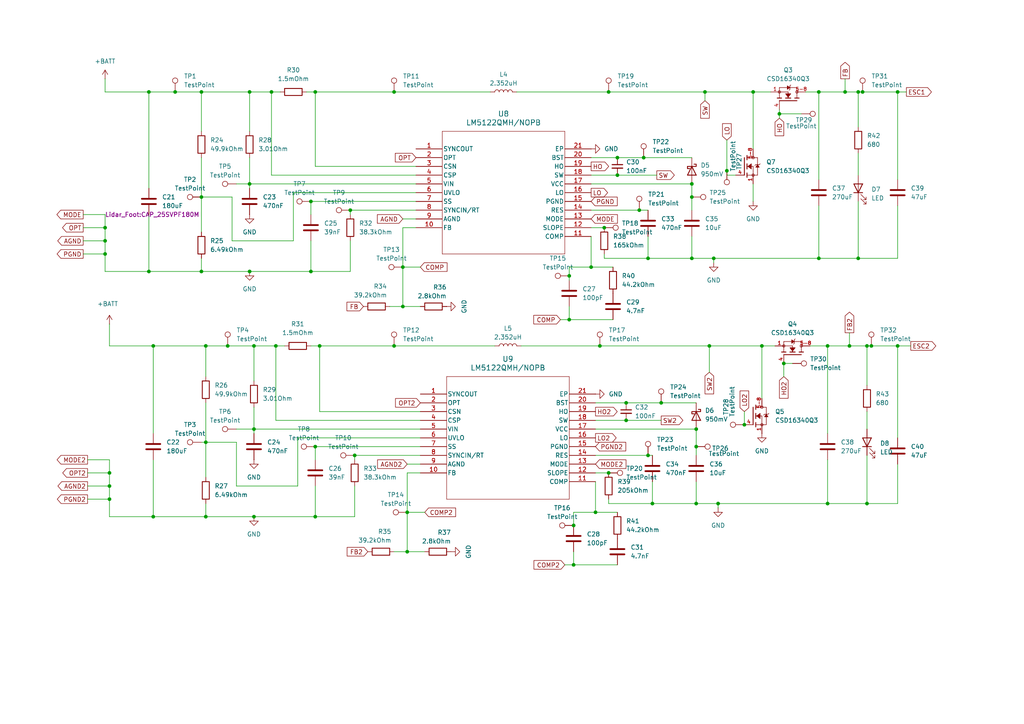
<source format=kicad_sch>
(kicad_sch (version 20231120) (generator "eeschema") (generator_version "8.0")
  (paper "A4")
  (lib_symbols
    (symbol "2024-05-03_20-03-19:LM5122QMH_NOPB" (pin_names (offset 0.254))
      (property "Reference" "U" (at 0 22.86 0))
      (property "Value" "LM5122QMH/NOPB" (at 0 20.32 0))
      (symbol "LM5122QMH_NOPB_0_1"
        (pin output line (at -25.4 12.7 0) (length 7.62) (name "SYNCOUT") (number "1"))
        (pin input line (at -25.4 -10.16 0) (length 7.62) (name "FB") (number "10"))
        (pin output line (at 25.4 -12.7 180) (length 7.62) (name "COMP") (number "11"))
        (pin input line (at 25.4 -10.16 180) (length 7.62) (name "SLOPE") (number "12"))
        (pin input line (at 25.4 -7.62 180) (length 7.62) (name "MODE") (number "13"))
        (pin output line (at 25.4 -5.08 180) (length 7.62) (name "RES") (number "14"))
        (pin power_in line (at 25.4 -2.54 180) (length 7.62) (name "PGND") (number "15"))
        (pin output line (at 25.4 0 180) (length 7.62) (name "LO") (number "16"))
        (pin power_in line (at 25.4 2.54 180) (length 7.62) (name "VCC") (number "17"))
        (pin bidirectional line (at 25.4 5.08 180) (length 7.62) (name "SW") (number "18"))
        (pin output line (at 25.4 7.62 180) (length 7.62) (name "HO") (number "19"))
        (pin input line (at -25.4 10.16 0) (length 7.62) (name "OPT") (number "2"))
        (pin input line (at 25.4 10.16 180) (length 7.62) (name "BST") (number "20"))
        (pin power_out line (at 25.4 12.7 180) (length 7.62) (name "EP") (number "21"))
        (pin input line (at -25.4 7.62 0) (length 7.62) (name "CSN") (number "3"))
        (pin input line (at -25.4 5.08 0) (length 7.62) (name "CSP") (number "4"))
        (pin input line (at -25.4 2.54 0) (length 7.62) (name "VIN") (number "5"))
        (pin input line (at -25.4 0 0) (length 7.62) (name "UVLO") (number "6"))
        (pin input line (at -25.4 -2.54 0) (length 7.62) (name "SS") (number "7"))
        (pin input line (at -25.4 -5.08 0) (length 7.62) (name "SYNCIN/RT") (number "8"))
        (pin power_in line (at -25.4 -7.62 0) (length 7.62) (name "AGND") (number "9"))
      )
    )
    (symbol "ColinFET1:CSD16340Q3" (pin_names (offset 1.016))
      (property "Reference" "Q" (at -8.89 2.54 0))
      (property "Value" "CSD16340Q3" (at -8.89 -7.62 0))
      (symbol "CSD16340Q3_0_0"
        (pin passive line (at 2.54 -5.08 90) (length 2.54) (name "~") (number "1"))
        (pin passive line (at -2.54 -2.54 0) (length 2.54) (name "~") (number "4"))
        (pin passive line (at 2.54 5.08 270) (length 2.54) (name "~") (number "5-8"))
      )
    )
    (symbol "Connector:TestPoint" (pin_numbers hide) (pin_names (offset 0.762) hide)
      (property "Reference" "TP" (at 0 6.858 0))
      (property "Value" "TestPoint" (at 0 5.08 0))
      (symbol "TestPoint_1_1"
        (pin passive line (at 0 0 90) (length 2.54) (name "1") (number "1"))
      )
    )
    (symbol "Device:C" (pin_numbers hide) (pin_names (offset 0.254))
      (property "Reference" "C" (at 0.635 2.54 0))
      (property "Value" "C" (at 0.635 -2.54 0))
      (symbol "C_1_1"
        (pin passive line (at 0 3.81 270) (length 2.794) (name "~") (number "1"))
        (pin passive line (at 0 -3.81 90) (length 2.794) (name "~") (number "2"))
      )
    )
    (symbol "Device:C_Small" (pin_numbers hide) (pin_names (offset 0.254) hide)
      (property "Reference" "C" (at 0.254 1.778 0))
      (property "Value" "C_Small" (at 0.254 -2.032 0))
      (symbol "C_Small_1_1"
        (pin passive line (at 0 2.54 270) (length 2.032) (name "~") (number "1"))
        (pin passive line (at 0 -2.54 90) (length 2.032) (name "~") (number "2"))
      )
    )
    (symbol "Device:D_Schottky" (pin_numbers hide) (pin_names (offset 1.016) hide)
      (property "Reference" "D" (at 0 2.54 0))
      (property "Value" "D_Schottky" (at 0 -2.54 0))
      (symbol "D_Schottky_1_1"
        (pin passive line (at -3.81 0 0) (length 2.54) (name "K") (number "1"))
        (pin passive line (at 3.81 0 180) (length 2.54) (name "A") (number "2"))
      )
    )
    (symbol "Device:L" (pin_numbers hide) (pin_names (offset 1.016) hide)
      (property "Reference" "L" (at -1.27 0 90))
      (property "Value" "L" (at 1.905 0 90))
      (symbol "L_1_1"
        (pin passive line (at 0 3.81 270) (length 1.27) (name "1") (number "1"))
        (pin passive line (at 0 -3.81 90) (length 1.27) (name "2") (number "2"))
      )
    )
    (symbol "Device:LED" (pin_numbers hide) (pin_names (offset 1.016) hide)
      (property "Reference" "D" (at 0 2.54 0))
      (property "Value" "LED" (at 0 -2.54 0))
      (symbol "LED_1_1"
        (pin passive line (at -3.81 0 0) (length 2.54) (name "K") (number "1"))
        (pin passive line (at 3.81 0 180) (length 2.54) (name "A") (number "2"))
      )
    )
    (symbol "Device:R" (pin_numbers hide) (pin_names (offset 0))
      (property "Reference" "R" (at 2.032 0 90))
      (property "Value" "R" (at 0 0 90))
      (symbol "R_1_1"
        (pin passive line (at 0 3.81 270) (length 1.27) (name "~") (number "1"))
        (pin passive line (at 0 -3.81 90) (length 1.27) (name "~") (number "2"))
      )
    )
    (symbol "power:+BATT" (power) (pin_numbers hide) (pin_names (offset 0) hide)
      (property "Value" "+BATT" (at 0 3.556 0))
      (symbol "+BATT_1_1"
        (pin power_in line (at 0 0 90) (length 0) (name "~") (number "1"))
      )
    )
    (symbol "power:GND" (power) (pin_numbers hide) (pin_names (offset 0) hide)
      (property "Value" "GND" (at 0 -3.81 0))
      (symbol "GND_1_1"
        (pin power_in line (at 0 0 270) (length 0) (name "~") (number "1"))
      )
    )
  )
  (junction (at 187.96 132.08))
  (junction (at 240.03 146.05))
  (junction (at 218.44 26.67))
  (junction (at 114.3 26.67))
  (junction (at 66.04 100.33))
  (junction (at 91.44 149.86))
  (junction (at 50.8 26.67))
  (junction (at 179.07 45.72))
  (junction (at 201.93 146.05))
  (junction (at 251.46 100.33))
  (junction (at 185.42 60.96))
  (junction (at 116.84 88.9))
  (junction (at 189.23 146.05))
  (junction (at 72.39 53.34))
  (junction (at 72.39 26.67))
  (junction (at 176.53 137.16))
  (junction (at 240.03 100.33))
  (junction (at 165.1 80.01))
  (junction (at 210.82 49.53))
  (junction (at 30.48 73.66))
  (junction (at 200.66 57.15))
  (junction (at 30.48 69.85))
  (junction (at 248.92 26.67))
  (junction (at 91.44 26.67))
  (junction (at 172.72 148.59))
  (junction (at 102.87 132.08))
  (junction (at 58.42 57.15))
  (junction (at 205.74 100.33))
  (junction (at 116.84 77.47))
  (junction (at 80.01 100.33))
  (junction (at 165.1 92.71))
  (junction (at 227.33 105.41))
  (junction (at 90.17 58.42))
  (junction (at 90.17 78.74))
  (junction (at 44.45 149.86))
  (junction (at 207.01 74.93))
  (junction (at 44.45 100.33))
  (junction (at 73.66 100.33))
  (junction (at 175.26 66.04))
  (junction (at 118.11 160.02))
  (junction (at 114.3 100.33))
  (junction (at 260.35 26.67))
  (junction (at 78.74 26.67))
  (junction (at 173.99 100.33))
  (junction (at 260.35 100.33))
  (junction (at 166.37 152.4))
  (junction (at 226.06 33.02))
  (junction (at 73.66 149.86))
  (junction (at 43.18 26.67))
  (junction (at 220.98 100.33))
  (junction (at 245.11 26.67))
  (junction (at 59.69 100.33))
  (junction (at 30.48 66.04))
  (junction (at 186.69 45.72))
  (junction (at 200.66 53.34))
  (junction (at 248.92 74.93))
  (junction (at 187.96 74.93))
  (junction (at 72.39 78.74))
  (junction (at 91.44 129.54))
  (junction (at 201.93 129.54))
  (junction (at 43.18 78.74))
  (junction (at 59.69 149.86))
  (junction (at 200.66 74.93))
  (junction (at 176.53 26.67))
  (junction (at 237.49 26.67))
  (junction (at 201.93 124.46))
  (junction (at 101.6 60.96))
  (junction (at 215.9 123.19))
  (junction (at 179.07 50.8))
  (junction (at 208.28 146.05))
  (junction (at 59.69 128.27))
  (junction (at 31.75 137.16))
  (junction (at 31.75 144.78))
  (junction (at 251.46 146.05))
  (junction (at 250.19 26.67))
  (junction (at 58.42 26.67))
  (junction (at 191.77 116.84))
  (junction (at 73.66 124.46))
  (junction (at 181.61 121.92))
  (junction (at 171.45 77.47))
  (junction (at 181.61 116.84))
  (junction (at 92.71 100.33))
  (junction (at 31.75 140.97))
  (junction (at 204.47 26.67))
  (junction (at 58.42 78.74))
  (junction (at 118.11 148.59))
  (junction (at 246.38 100.33))
  (junction (at 166.37 163.83))
  (junction (at 252.73 100.33))
  (junction (at 237.49 74.93))
  (wire (pts (xy 165.1 77.47) (xy 171.45 77.47)))
  (wire (pts (xy 44.45 100.33) (xy 59.69 100.33)))
  (wire (pts (xy 30.48 22.86) (xy 30.48 26.67)))
  (wire (pts (xy 260.35 59.69) (xy 260.35 74.93)))
  (wire (pts (xy 31.75 149.86) (xy 44.45 149.86)))
  (wire (pts (xy 171.45 50.8) (xy 179.07 50.8)))
  (wire (pts (xy 118.11 148.59) (xy 118.11 160.02)))
  (wire (pts (xy 85.09 69.85) (xy 67.31 69.85)))
  (wire (pts (xy 102.87 132.08) (xy 121.92 132.08)))
  (wire (pts (xy 179.07 45.72) (xy 186.69 45.72)))
  (wire (pts (xy 201.93 146.05) (xy 208.28 146.05)))
  (wire (pts (xy 92.71 100.33) (xy 114.3 100.33)))
  (wire (pts (xy 240.03 146.05) (xy 208.28 146.05)))
  (wire (pts (xy 172.72 116.84) (xy 181.61 116.84)))
  (wire (pts (xy 165.1 80.01) (xy 165.1 77.47)))
  (wire (pts (xy 251.46 119.38) (xy 251.46 124.46)))
  (wire (pts (xy 116.84 88.9) (xy 121.92 88.9)))
  (wire (pts (xy 172.72 148.59) (xy 179.07 148.59)))
  (wire (pts (xy 200.66 57.15) (xy 200.66 60.96)))
  (wire (pts (xy 25.4 140.97) (xy 31.75 140.97)))
  (wire (pts (xy 237.49 59.69) (xy 237.49 74.93)))
  (wire (pts (xy 181.61 121.92) (xy 191.77 121.92)))
  (wire (pts (xy 59.69 128.27) (xy 59.69 138.43)))
  (wire (pts (xy 210.82 50.8) (xy 210.82 49.53)))
  (wire (pts (xy 172.72 121.92) (xy 181.61 121.92)))
  (wire (pts (xy 120.65 55.88) (xy 85.09 55.88)))
  (wire (pts (xy 166.37 148.59) (xy 172.72 148.59)))
  (wire (pts (xy 215.9 119.38) (xy 215.9 123.19)))
  (wire (pts (xy 86.36 140.97) (xy 68.58 140.97)))
  (wire (pts (xy 73.66 124.46) (xy 73.66 125.73)))
  (wire (pts (xy 78.74 50.8) (xy 78.74 26.67)))
  (wire (pts (xy 116.84 77.47) (xy 116.84 88.9)))
  (wire (pts (xy 237.49 26.67) (xy 237.49 52.07)))
  (wire (pts (xy 204.47 29.21) (xy 204.47 26.67)))
  (wire (pts (xy 58.42 26.67) (xy 58.42 38.1)))
  (wire (pts (xy 151.13 100.33) (xy 173.99 100.33)))
  (wire (pts (xy 85.09 55.88) (xy 85.09 69.85)))
  (wire (pts (xy 260.35 26.67) (xy 262.89 26.67)))
  (wire (pts (xy 90.17 69.85) (xy 90.17 78.74)))
  (wire (pts (xy 218.44 53.34) (xy 218.44 58.42)))
  (wire (pts (xy 24.13 62.23) (xy 30.48 62.23)))
  (wire (pts (xy 120.65 60.96) (xy 101.6 60.96)))
  (wire (pts (xy 73.66 124.46) (xy 121.92 124.46)))
  (wire (pts (xy 165.1 92.71) (xy 177.8 92.71)))
  (wire (pts (xy 101.6 60.96) (xy 101.6 62.23)))
  (wire (pts (xy 226.06 33.02) (xy 232.41 33.02)))
  (wire (pts (xy 58.42 78.74) (xy 72.39 78.74)))
  (wire (pts (xy 251.46 100.33) (xy 252.73 100.33)))
  (wire (pts (xy 80.01 121.92) (xy 80.01 100.33)))
  (wire (pts (xy 201.93 129.54) (xy 201.93 132.08)))
  (wire (pts (xy 90.17 58.42) (xy 90.17 62.23)))
  (wire (pts (xy 240.03 133.35) (xy 240.03 146.05)))
  (wire (pts (xy 172.72 132.08) (xy 187.96 132.08)))
  (wire (pts (xy 226.06 33.02) (xy 226.06 31.75)))
  (wire (pts (xy 30.48 73.66) (xy 30.48 78.74)))
  (wire (pts (xy 213.36 50.8) (xy 210.82 50.8)))
  (wire (pts (xy 59.69 149.86) (xy 73.66 149.86)))
  (wire (pts (xy 248.92 74.93) (xy 260.35 74.93)))
  (wire (pts (xy 173.99 100.33) (xy 205.74 100.33)))
  (wire (pts (xy 72.39 45.72) (xy 72.39 53.34)))
  (wire (pts (xy 59.69 116.84) (xy 59.69 128.27)))
  (wire (pts (xy 59.69 146.05) (xy 59.69 149.86)))
  (wire (pts (xy 44.45 133.35) (xy 44.45 149.86)))
  (wire (pts (xy 78.74 26.67) (xy 81.28 26.67)))
  (wire (pts (xy 220.98 100.33) (xy 224.79 100.33)))
  (wire (pts (xy 207.01 74.93) (xy 207.01 76.2)))
  (wire (pts (xy 171.45 68.58) (xy 171.45 77.47)))
  (wire (pts (xy 91.44 48.26) (xy 91.44 26.67)))
  (wire (pts (xy 72.39 53.34) (xy 120.65 53.34)))
  (wire (pts (xy 58.42 128.27) (xy 59.69 128.27)))
  (wire (pts (xy 200.66 53.34) (xy 200.66 57.15)))
  (wire (pts (xy 121.92 121.92) (xy 80.01 121.92)))
  (wire (pts (xy 251.46 132.08) (xy 251.46 146.05)))
  (wire (pts (xy 72.39 26.67) (xy 72.39 38.1)))
  (wire (pts (xy 237.49 74.93) (xy 207.01 74.93)))
  (wire (pts (xy 30.48 62.23) (xy 30.48 66.04)))
  (wire (pts (xy 44.45 149.86) (xy 59.69 149.86)))
  (wire (pts (xy 186.69 45.72) (xy 200.66 45.72)))
  (wire (pts (xy 120.65 48.26) (xy 91.44 48.26)))
  (wire (pts (xy 59.69 100.33) (xy 59.69 109.22)))
  (wire (pts (xy 58.42 45.72) (xy 58.42 57.15)))
  (wire (pts (xy 171.45 53.34) (xy 200.66 53.34)))
  (wire (pts (xy 187.96 68.58) (xy 187.96 74.93)))
  (wire (pts (xy 185.42 60.96) (xy 187.96 60.96)))
  (wire (pts (xy 58.42 26.67) (xy 72.39 26.67)))
  (wire (pts (xy 68.58 128.27) (xy 59.69 128.27)))
  (wire (pts (xy 31.75 140.97) (xy 31.75 144.78)))
  (wire (pts (xy 172.72 137.16) (xy 176.53 137.16)))
  (wire (pts (xy 58.42 57.15) (xy 58.42 67.31)))
  (wire (pts (xy 260.35 134.62) (xy 260.35 146.05)))
  (wire (pts (xy 43.18 78.74) (xy 58.42 78.74)))
  (wire (pts (xy 30.48 26.67) (xy 43.18 26.67)))
  (wire (pts (xy 72.39 53.34) (xy 72.39 54.61)))
  (wire (pts (xy 120.65 58.42) (xy 90.17 58.42)))
  (wire (pts (xy 25.4 133.35) (xy 31.75 133.35)))
  (wire (pts (xy 116.84 63.5) (xy 120.65 63.5)))
  (wire (pts (xy 90.17 100.33) (xy 92.71 100.33)))
  (wire (pts (xy 248.92 58.42) (xy 248.92 74.93)))
  (wire (pts (xy 208.28 146.05) (xy 208.28 147.32)))
  (wire (pts (xy 101.6 78.74) (xy 90.17 78.74)))
  (wire (pts (xy 260.35 100.33) (xy 264.16 100.33)))
  (wire (pts (xy 31.75 100.33) (xy 44.45 100.33)))
  (wire (pts (xy 24.13 73.66) (xy 30.48 73.66)))
  (wire (pts (xy 116.84 66.04) (xy 116.84 77.47)))
  (wire (pts (xy 234.95 100.33) (xy 240.03 100.33)))
  (wire (pts (xy 121.92 129.54) (xy 91.44 129.54)))
  (wire (pts (xy 43.18 26.67) (xy 43.18 54.61)))
  (wire (pts (xy 31.75 133.35) (xy 31.75 137.16)))
  (wire (pts (xy 149.86 26.67) (xy 176.53 26.67)))
  (wire (pts (xy 260.35 26.67) (xy 260.35 52.07)))
  (wire (pts (xy 123.19 148.59) (xy 118.11 148.59)))
  (wire (pts (xy 166.37 152.4) (xy 166.37 148.59)))
  (wire (pts (xy 171.45 66.04) (xy 175.26 66.04)))
  (wire (pts (xy 120.65 50.8) (xy 78.74 50.8)))
  (wire (pts (xy 189.23 146.05) (xy 201.93 146.05)))
  (wire (pts (xy 59.69 100.33) (xy 66.04 100.33)))
  (wire (pts (xy 218.44 26.67) (xy 218.44 43.18)))
  (wire (pts (xy 101.6 69.85) (xy 101.6 78.74)))
  (wire (pts (xy 113.03 88.9) (xy 116.84 88.9)))
  (wire (pts (xy 114.3 160.02) (xy 118.11 160.02)))
  (wire (pts (xy 92.71 119.38) (xy 92.71 100.33)))
  (wire (pts (xy 179.07 50.8) (xy 190.5 50.8)))
  (wire (pts (xy 171.45 77.47) (xy 177.8 77.47)))
  (wire (pts (xy 118.11 137.16) (xy 118.11 148.59)))
  (wire (pts (xy 24.13 66.04) (xy 30.48 66.04)))
  (wire (pts (xy 91.44 26.67) (xy 114.3 26.67)))
  (wire (pts (xy 200.66 68.58) (xy 200.66 74.93)))
  (wire (pts (xy 220.98 100.33) (xy 220.98 115.57)))
  (wire (pts (xy 248.92 44.45) (xy 248.92 50.8)))
  (wire (pts (xy 204.47 26.67) (xy 218.44 26.67)))
  (wire (pts (xy 237.49 26.67) (xy 245.11 26.67)))
  (wire (pts (xy 31.75 144.78) (xy 31.75 149.86)))
  (wire (pts (xy 73.66 100.33) (xy 80.01 100.33)))
  (wire (pts (xy 114.3 26.67) (xy 142.24 26.67)))
  (wire (pts (xy 68.58 124.46) (xy 73.66 124.46)))
  (wire (pts (xy 205.74 107.95) (xy 205.74 100.33)))
  (wire (pts (xy 68.58 140.97) (xy 68.58 128.27)))
  (wire (pts (xy 91.44 129.54) (xy 91.44 133.35)))
  (wire (pts (xy 245.11 26.67) (xy 245.11 22.86)))
  (wire (pts (xy 205.74 100.33) (xy 220.98 100.33)))
  (wire (pts (xy 210.82 40.64) (xy 210.82 49.53)))
  (wire (pts (xy 68.58 53.34) (xy 72.39 53.34)))
  (wire (pts (xy 233.68 26.67) (xy 237.49 26.67)))
  (wire (pts (xy 172.72 124.46) (xy 201.93 124.46)))
  (wire (pts (xy 165.1 81.28) (xy 165.1 80.01)))
  (wire (pts (xy 245.11 26.67) (xy 248.92 26.67)))
  (wire (pts (xy 187.96 132.08) (xy 189.23 132.08)))
  (wire (pts (xy 102.87 140.97) (xy 102.87 149.86)))
  (wire (pts (xy 102.87 132.08) (xy 102.87 133.35)))
  (wire (pts (xy 72.39 26.67) (xy 78.74 26.67)))
  (wire (pts (xy 30.48 78.74) (xy 43.18 78.74)))
  (wire (pts (xy 121.92 77.47) (xy 116.84 77.47)))
  (wire (pts (xy 118.11 137.16) (xy 121.92 137.16)))
  (wire (pts (xy 163.83 163.83) (xy 166.37 163.83)))
  (wire (pts (xy 175.26 74.93) (xy 175.26 73.66)))
  (wire (pts (xy 165.1 92.71) (xy 165.1 88.9)))
  (wire (pts (xy 187.96 74.93) (xy 200.66 74.93)))
  (wire (pts (xy 218.44 26.67) (xy 223.52 26.67)))
  (wire (pts (xy 240.03 100.33) (xy 240.03 125.73)))
  (wire (pts (xy 181.61 116.84) (xy 191.77 116.84)))
  (wire (pts (xy 25.4 137.16) (xy 31.75 137.16)))
  (wire (pts (xy 102.87 149.86) (xy 91.44 149.86)))
  (wire (pts (xy 58.42 74.93) (xy 58.42 78.74)))
  (wire (pts (xy 114.3 100.33) (xy 143.51 100.33)))
  (wire (pts (xy 90.17 78.74) (xy 72.39 78.74)))
  (wire (pts (xy 251.46 146.05) (xy 260.35 146.05)))
  (wire (pts (xy 175.26 74.93) (xy 187.96 74.93)))
  (wire (pts (xy 227.33 105.41) (xy 227.33 109.22)))
  (wire (pts (xy 191.77 116.84) (xy 201.93 116.84)))
  (wire (pts (xy 246.38 100.33) (xy 251.46 100.33)))
  (wire (pts (xy 176.53 26.67) (xy 204.47 26.67)))
  (wire (pts (xy 250.19 26.67) (xy 260.35 26.67)))
  (wire (pts (xy 80.01 100.33) (xy 82.55 100.33)))
  (wire (pts (xy 66.04 100.33) (xy 73.66 100.33)))
  (wire (pts (xy 171.45 45.72) (xy 179.07 45.72)))
  (wire (pts (xy 24.13 69.85) (xy 30.48 69.85)))
  (wire (pts (xy 67.31 57.15) (xy 58.42 57.15)))
  (wire (pts (xy 246.38 100.33) (xy 246.38 96.52)))
  (wire (pts (xy 121.92 119.38) (xy 92.71 119.38)))
  (wire (pts (xy 73.66 100.33) (xy 73.66 110.49)))
  (wire (pts (xy 248.92 26.67) (xy 250.19 26.67)))
  (wire (pts (xy 176.53 146.05) (xy 189.23 146.05)))
  (wire (pts (xy 240.03 100.33) (xy 246.38 100.33)))
  (wire (pts (xy 166.37 163.83) (xy 166.37 160.02)))
  (wire (pts (xy 172.72 139.7) (xy 172.72 148.59)))
  (wire (pts (xy 25.4 144.78) (xy 31.75 144.78)))
  (wire (pts (xy 227.33 105.41) (xy 229.87 105.41)))
  (wire (pts (xy 43.18 26.67) (xy 50.8 26.67)))
  (wire (pts (xy 251.46 100.33) (xy 251.46 111.76)))
  (wire (pts (xy 201.93 124.46) (xy 201.93 129.54)))
  (wire (pts (xy 240.03 146.05) (xy 251.46 146.05)))
  (wire (pts (xy 91.44 149.86) (xy 73.66 149.86)))
  (wire (pts (xy 91.44 140.97) (xy 91.44 149.86)))
  (wire (pts (xy 260.35 100.33) (xy 260.35 127)))
  (wire (pts (xy 226.06 34.29) (xy 226.06 33.02)))
  (wire (pts (xy 86.36 127) (xy 86.36 140.97)))
  (wire (pts (xy 252.73 100.33) (xy 260.35 100.33)))
  (wire (pts (xy 200.66 74.93) (xy 207.01 74.93)))
  (wire (pts (xy 73.66 118.11) (xy 73.66 124.46)))
  (wire (pts (xy 31.75 137.16) (xy 31.75 140.97)))
  (wire (pts (xy 201.93 139.7) (xy 201.93 146.05)))
  (wire (pts (xy 162.56 92.71) (xy 165.1 92.71)))
  (wire (pts (xy 50.8 26.67) (xy 58.42 26.67)))
  (wire (pts (xy 30.48 66.04) (xy 30.48 69.85)))
  (wire (pts (xy 237.49 74.93) (xy 248.92 74.93)))
  (wire (pts (xy 248.92 26.67) (xy 248.92 36.83)))
  (wire (pts (xy 116.84 66.04) (xy 120.65 66.04)))
  (wire (pts (xy 171.45 60.96) (xy 185.42 60.96)))
  (wire (pts (xy 88.9 26.67) (xy 91.44 26.67)))
  (wire (pts (xy 118.11 160.02) (xy 123.19 160.02)))
  (wire (pts (xy 189.23 139.7) (xy 189.23 146.05)))
  (wire (pts (xy 30.48 69.85) (xy 30.48 73.66)))
  (wire (pts (xy 166.37 163.83) (xy 179.07 163.83)))
  (wire (pts (xy 118.11 134.62) (xy 121.92 134.62)))
  (wire (pts (xy 121.92 127) (xy 86.36 127)))
  (wire (pts (xy 44.45 100.33) (xy 44.45 125.73)))
  (wire (pts (xy 176.53 146.05) (xy 176.53 144.78)))
  (wire (pts (xy 31.75 93.98) (xy 31.75 100.33)))
  (wire (pts (xy 43.18 62.23) (xy 43.18 78.74)))
  (wire (pts (xy 67.31 69.85) (xy 67.31 57.15)))
  (global_label "HO" (shape input) (at 226.06 34.29 270) (property "Intersheetrefs" "${INTERSHEET_REFS}" (effects (hide yes))))
  (global_label "MODE" (shape output) (at 24.13 62.23 180) (property "Intersheetrefs" "${INTERSHEET_REFS}" (effects (hide yes))))
  (global_label "HO2" (shape output) (at 172.72 119.38 0) (property "Intersheetrefs" "${INTERSHEET_REFS}" (effects (hide yes))))
  (global_label "PGND2" (shape input) (at 172.72 129.54 0) (property "Intersheetrefs" "${INTERSHEET_REFS}" (effects (hide yes))))
  (global_label "COMP2" (shape input) (at 123.19 148.59 0) (property "Intersheetrefs" "${INTERSHEET_REFS}" (effects (hide yes))))
  (global_label "OPT" (shape output) (at 24.13 66.04 180) (property "Intersheetrefs" "${INTERSHEET_REFS}" (effects (hide yes))))
  (global_label "LO" (shape input) (at 210.82 40.64 90) (property "Intersheetrefs" "${INTERSHEET_REFS}" (effects (hide yes))))
  (global_label "FB" (shape output) (at 245.11 22.86 90) (property "Intersheetrefs" "${INTERSHEET_REFS}" (effects (hide yes))))
  (global_label "HO2" (shape input) (at 227.33 109.22 270) (property "Intersheetrefs" "${INTERSHEET_REFS}" (effects (hide yes))))
  (global_label "AGND2" (shape input) (at 118.11 134.62 180) (property "Intersheetrefs" "${INTERSHEET_REFS}" (effects (hide yes))))
  (global_label "FB2" (shape output) (at 246.38 96.52 90) (property "Intersheetrefs" "${INTERSHEET_REFS}" (effects (hide yes))))
  (global_label "OPT2" (shape output) (at 25.4 137.16 180) (property "Intersheetrefs" "${INTERSHEET_REFS}" (effects (hide yes))))
  (global_label "AGND" (shape input) (at 116.84 63.5 180) (property "Intersheetrefs" "${INTERSHEET_REFS}" (effects (hide yes))))
  (global_label "LO" (shape output) (at 171.45 55.88 0) (property "Intersheetrefs" "${INTERSHEET_REFS}" (effects (hide yes))))
  (global_label "PGND" (shape output) (at 24.13 73.66 180) (property "Intersheetrefs" "${INTERSHEET_REFS}" (effects (hide yes))))
  (global_label "MODE" (shape input) (at 171.45 63.5 0) (property "Intersheetrefs" "${INTERSHEET_REFS}" (effects (hide yes))))
  (global_label "PGND" (shape input) (at 171.45 58.42 0) (property "Intersheetrefs" "${INTERSHEET_REFS}" (effects (hide yes))))
  (global_label "FB" (shape input) (at 105.41 88.9 180) (property "Intersheetrefs" "${INTERSHEET_REFS}" (effects (hide yes))))
  (global_label "OPT" (shape input) (at 120.65 45.72 180) (property "Intersheetrefs" "${INTERSHEET_REFS}" (effects (hide yes))))
  (global_label "SW2" (shape output) (at 191.77 121.92 0) (property "Intersheetrefs" "${INTERSHEET_REFS}" (effects (hide yes))))
  (global_label "OPT2" (shape input) (at 121.92 116.84 180) (property "Intersheetrefs" "${INTERSHEET_REFS}" (effects (hide yes))))
  (global_label "MODE2" (shape output) (at 25.4 133.35 180) (property "Intersheetrefs" "${INTERSHEET_REFS}" (effects (hide yes))))
  (global_label "MODE2" (shape input) (at 172.72 134.62 0) (property "Intersheetrefs" "${INTERSHEET_REFS}" (effects (hide yes))))
  (global_label "PGND2" (shape output) (at 25.4 144.78 180) (property "Intersheetrefs" "${INTERSHEET_REFS}" (effects (hide yes))))
  (global_label "SW2" (shape input) (at 205.74 107.95 270) (property "Intersheetrefs" "${INTERSHEET_REFS}" (effects (hide yes))))
  (global_label "LO2" (shape output) (at 172.72 127 0) (property "Intersheetrefs" "${INTERSHEET_REFS}" (effects (hide yes))))
  (global_label "COMP" (shape input) (at 162.56 92.71 180) (property "Intersheetrefs" "${INTERSHEET_REFS}" (effects (hide yes))))
  (global_label "ESC2" (shape output) (at 264.16 100.33 0) (property "Intersheetrefs" "${INTERSHEET_REFS}" (effects (hide yes))))
  (global_label "FB2" (shape input) (at 106.68 160.02 180) (property "Intersheetrefs" "${INTERSHEET_REFS}" (effects (hide yes))))
  (global_label "COMP2" (shape input) (at 163.83 163.83 180) (property "Intersheetrefs" "${INTERSHEET_REFS}" (effects (hide yes))))
  (global_label "AGND" (shape output) (at 24.13 69.85 180) (property "Intersheetrefs" "${INTERSHEET_REFS}" (effects (hide yes))))
  (global_label "AGND2" (shape output) (at 25.4 140.97 180) (property "Intersheetrefs" "${INTERSHEET_REFS}" (effects (hide yes))))
  (global_label "LO2" (shape input) (at 215.9 119.38 90) (property "Intersheetrefs" "${INTERSHEET_REFS}" (effects (hide yes))))
  (global_label "SW" (shape output) (at 190.5 50.8 0) (property "Intersheetrefs" "${INTERSHEET_REFS}" (effects (hide yes))))
  (global_label "SW" (shape input) (at 204.47 29.21 270) (property "Intersheetrefs" "${INTERSHEET_REFS}" (effects (hide yes))))
  (global_label "ESC1" (shape output) (at 262.89 26.67 0) (property "Intersheetrefs" "${INTERSHEET_REFS}" (effects (hide yes))))
  (global_label "COMP" (shape input) (at 121.92 77.47 0) (property "Intersheetrefs" "${INTERSHEET_REFS}" (effects (hide yes))))
  (global_label "HO" (shape output) (at 171.45 48.26 0) (property "Intersheetrefs" "${INTERSHEET_REFS}" (effects (hide yes))))
  (symbol (lib_id "Connector:TestPoint") (at 252.73 100.33 0) (unit 1)
    (property "Reference" "TP32" (at 255.27 95.7579 0) (effects (justify left)))
    (property "Value" "TestPoint" (at 255.27 98.2979 0) (effects (justify left)))
    (property "Footprint" "TestPoint:TestPoint_Keystone_5000-5004_Miniature" (effects (hide yes)))
    (property "Description" "test point" (effects (hide yes)))
  )
  (symbol (lib_id "Connector:TestPoint") (at 232.41 33.02 270) (unit 1)
    (property "Reference" "TP29" (at 233.172 34.798 90))
    (property "Value" "TestPoint" (at 232.41 36.576 90))
    (property "Footprint" "TestPoint:TestPoint_Keystone_5000-5004_Miniature" (effects (hide yes)))
    (property "Description" "test point" (effects (hide yes)))
  )
  (symbol (lib_id "Device:R") (at 59.69 142.24 180) (unit 1)
    (property "Reference" "R27" (at 62.23 140.9699 0) (effects (justify right)))
    (property "Value" "6.49kOhm" (at 62.23 143.5099 0) (effects (justify right)))
    (property "Footprint" "Lidar_Foot:RESC1005X40N" (effects (hide yes)))
    (property "Description" "Resistor" (effects (hide yes)))
  )
  (symbol (lib_id "Connector:TestPoint") (at 91.44 129.54 90) (unit 1)
    (property "Reference" "TP8" (at 88.138 124.46 90))
    (property "Value" "TestPoint" (at 88.138 127 90))
    (property "Footprint" "TestPoint:TestPoint_Keystone_5000-5004_Miniature" (effects (hide yes)))
    (property "Description" "test point" (effects (hide yes)))
  )
  (symbol (lib_id "Device:R") (at 127 160.02 270) (unit 1)
    (property "Reference" "R37" (at 130.81 154.432 90) (effects (justify right)))
    (property "Value" "2.8kOhm" (at 130.81 156.972 90) (effects (justify right)))
    (property "Footprint" "Lidar_Foot:RESC1005X40N" (effects (hide yes)))
    (property "Description" "Resistor" (effects (hide yes)))
  )
  (symbol (lib_id "Device:LED") (at 251.46 128.27 90) (unit 1)
    (property "Reference" "D8" (at 255.27 128.5874 90) (effects (justify right)))
    (property "Value" "LED" (at 255.27 131.1274 90) (effects (justify right)))
    (property "Footprint" "Lidar_Foot:LED_DRD1204W-TR" (effects (hide yes)))
    (property "Description" "Light emitting diode" (effects (hide yes)))
  )
  (symbol (lib_id "ColinFET1:CSD16340Q3") (at 228.6 29.21 270) (mirror x) (unit 1)
    (property "Reference" "Q3" (at 228.6 20.32 90))
    (property "Value" "CSD16340Q3" (at 228.6 22.86 90))
    (property "Footprint" "ColinFET1:TRANS_CSD16340Q3" (effects (hide yes)))
    (property "PARTREV" "E" (effects (hide yes)))
    (property "STANDARD" "Manufacturer recommendations" (effects (hide yes)))
    (property "MAXIMUM_PACKAGE_HEIGHT" "1.1 mm" (effects (hide yes)))
    (property "MANUFACTURER" "Texas Instruments" (effects (hide yes)))
  )
  (symbol (lib_id "Device:C") (at 240.03 129.54 0) (unit 1)
    (property "Reference" "C38" (at 243.84 128.2699 0) (effects (justify left)))
    (property "Value" "270uF" (at 243.84 130.8099 0) (effects (justify left)))
    (property "Footprint" "Lidar_Foot:CAP_EEHZA1V271P" (effects (hide yes)))
    (property "Description" "Unpolarized capacitor" (effects (hide yes)))
  )
  (symbol (lib_id "power:GND") (at 172.72 114.3 90) (unit 1)
    (property "Reference" "#PWR032" (effects (hide yes)))
    (property "Value" "GND" (at 176.53 114.2999 90) (effects (justify right)))
    (property "Description" "Power symbol creates a global label with name \"GND\" , ground" (effects (hide yes)))
  )
  (symbol (lib_id "power:GND") (at 207.01 76.2 0) (unit 1)
    (property "Reference" "#PWR033" (effects (hide yes)))
    (property "Value" "GND" (at 207.01 81.28 0))
    (property "Description" "Power symbol creates a global label with name \"GND\" , ground" (effects (hide yes)))
  )
  (symbol (lib_id "Connector:TestPoint") (at 114.3 26.67 0) (unit 1)
    (property "Reference" "TP11" (at 116.84 22.0979 0) (effects (justify left)))
    (property "Value" "TestPoint" (at 116.84 24.6379 0) (effects (justify left)))
    (property "Footprint" "TestPoint:TestPoint_Keystone_5000-5004_Miniature" (effects (hide yes)))
    (property "Description" "test point" (effects (hide yes)))
  )
  (symbol (lib_id "Connector:TestPoint") (at 200.66 57.15 270) (unit 1)
    (property "Reference" "TP25" (at 205.74 55.8799 90) (effects (justify left)))
    (property "Value" "TestPoint" (at 205.74 58.4199 90) (effects (justify left)))
    (property "Footprint" "TestPoint:TestPoint_Keystone_5000-5004_Miniature" (effects (hide yes)))
    (property "Description" "test point" (effects (hide yes)))
  )
  (symbol (lib_id "Connector:TestPoint") (at 102.87 132.08 90) (unit 1)
    (property "Reference" "TP10" (at 99.568 127 90))
    (property "Value" "TestPoint" (at 99.568 129.54 90))
    (property "Footprint" "TestPoint:TestPoint_Keystone_5000-5004_Miniature" (effects (hide yes)))
    (property "Description" "test point" (effects (hide yes)))
  )
  (symbol (lib_id "Device:R") (at 86.36 100.33 90) (unit 1)
    (property "Reference" "R31" (at 86.36 93.98 90))
    (property "Value" "1.5mOhm" (at 86.36 96.52 90))
    (property "Footprint" "Lidar_Foot:RESC6432X110N" (effects (hide yes)))
    (property "Description" "Resistor" (effects (hide yes)))
  )
  (symbol (lib_id "Connector:TestPoint") (at 68.58 124.46 90) (unit 1)
    (property "Reference" "TP6" (at 65.278 119.38 90))
    (property "Value" "TestPoint" (at 65.278 121.92 90))
    (property "Footprint" "TestPoint:TestPoint_Keystone_5000-5004_Miniature" (effects (hide yes)))
    (property "Description" "test point" (effects (hide yes)))
  )
  (symbol (lib_id "Device:C") (at 189.23 135.89 0) (unit 1)
    (property "Reference" "C34" (at 193.04 134.6199 0) (effects (justify left)))
    (property "Value" "470nF" (at 193.04 137.1599 0) (effects (justify left)))
    (property "Footprint" "Lidar_Foot:CAPC2012X95N" (effects (hide yes)))
    (property "Description" "Unpolarized capacitor" (effects (hide yes)))
  )
  (symbol (lib_id "Device:R") (at 85.09 26.67 90) (unit 1)
    (property "Reference" "R30" (at 85.09 20.32 90))
    (property "Value" "1.5mOhm" (at 85.09 22.86 90))
    (property "Footprint" "Lidar_Foot:RESC6432X110N" (effects (hide yes)))
    (property "Description" "Resistor" (effects (hide yes)))
  )
  (symbol (lib_id "ColinFET1:CSD16340Q3") (at 218.44 120.65 0) (unit 1)
    (property "Reference" "Q5" (at 224.79 119.3799 0) (effects (justify left)))
    (property "Value" "CSD16340Q3" (at 224.79 121.9199 0) (effects (justify left)))
    (property "Footprint" "ColinFET1:TRANS_CSD16340Q3" (effects (hide yes)))
    (property "PARTREV" "E" (effects (hide yes)))
    (property "STANDARD" "Manufacturer recommendations" (effects (hide yes)))
    (property "MAXIMUM_PACKAGE_HEIGHT" "1.1 mm" (effects (hide yes)))
    (property "MANUFACTURER" "Texas Instruments" (effects (hide yes)))
  )
  (symbol (lib_id "Device:R") (at 58.42 71.12 180) (unit 1)
    (property "Reference" "R25" (at 60.96 69.8499 0) (effects (justify right)))
    (property "Value" "6.49kOhm" (at 60.96 72.3899 0) (effects (justify right)))
    (property "Footprint" "Lidar_Foot:RESC1005X40N" (effects (hide yes)))
    (property "Description" "Resistor" (effects (hide yes)))
  )
  (symbol (lib_id "Connector:TestPoint") (at 186.69 45.72 0) (unit 1)
    (property "Reference" "TP22" (at 189.23 41.1479 0) (effects (justify left)))
    (property "Value" "TestPoint" (at 189.23 43.6879 0) (effects (justify left)))
    (property "Footprint" "TestPoint:TestPoint_Keystone_5000-5004_Miniature" (effects (hide yes)))
    (property "Description" "test point" (effects (hide yes)))
  )
  (symbol (lib_id "Device:C") (at 177.8 88.9 0) (unit 1)
    (property "Reference" "C29" (at 181.61 87.6299 0) (effects (justify left)))
    (property "Value" "4.7nF" (at 181.61 90.1699 0) (effects (justify left)))
    (property "Footprint" "Lidar_Foot:CAPC2012X75N" (effects (hide yes)))
    (property "Description" "Unpolarized capacitor" (effects (hide yes)))
  )
  (symbol (lib_id "Device:C") (at 179.07 160.02 0) (unit 1)
    (property "Reference" "C31" (at 182.88 158.7499 0) (effects (justify left)))
    (property "Value" "4.7nF" (at 182.88 161.2899 0) (effects (justify left)))
    (property "Footprint" "Lidar_Foot:CAPC2012X75N" (effects (hide yes)))
    (property "Description" "Unpolarized capacitor" (effects (hide yes)))
  )
  (symbol (lib_id "Connector:TestPoint") (at 165.1 80.01 90) (unit 1)
    (property "Reference" "TP15" (at 161.798 74.93 90))
    (property "Value" "TestPoint" (at 161.798 77.47 90))
    (property "Footprint" "TestPoint:TestPoint_Keystone_5000-5004_Miniature" (effects (hide yes)))
    (property "Description" "test point" (effects (hide yes)))
  )
  (symbol (lib_id "Connector:TestPoint") (at 101.6 60.96 90) (unit 1)
    (property "Reference" "TP9" (at 98.298 55.88 90))
    (property "Value" "TestPoint" (at 98.298 58.42 90))
    (property "Footprint" "TestPoint:TestPoint_Keystone_5000-5004_Miniature" (effects (hide yes)))
    (property "Description" "test point" (effects (hide yes)))
  )
  (symbol (lib_id "power:GND") (at 208.28 147.32 0) (unit 1)
    (property "Reference" "#PWR034" (effects (hide yes)))
    (property "Value" "GND" (at 208.28 152.4 0))
    (property "Description" "Power symbol creates a global label with name \"GND\" , ground" (effects (hide yes)))
  )
  (symbol (lib_id "ColinFET1:CSD16340Q3") (at 229.87 102.87 270) (mirror x) (unit 1)
    (property "Reference" "Q4" (at 229.87 93.98 90))
    (property "Value" "CSD16340Q3" (at 229.87 96.52 90))
    (property "Footprint" "ColinFET1:TRANS_CSD16340Q3" (effects (hide yes)))
    (property "PARTREV" "E" (effects (hide yes)))
    (property "STANDARD" "Manufacturer recommendations" (effects (hide yes)))
    (property "MAXIMUM_PACKAGE_HEIGHT" "1.1 mm" (effects (hide yes)))
    (property "MANUFACTURER" "Texas Instruments" (effects (hide yes)))
  )
  (symbol (lib_id "Connector:TestPoint") (at 187.96 132.08 0) (unit 1)
    (property "Reference" "TP23" (at 190.5 127.5079 0) (effects (justify left)))
    (property "Value" "TestPoint" (at 190.5 130.0479 0) (effects (justify left)))
    (property "Footprint" "TestPoint:TestPoint_Keystone_5000-5004_Miniature" (effects (hide yes)))
    (property "Description" "test point" (effects (hide yes)))
  )
  (symbol (lib_id "Device:R") (at 72.39 41.91 180) (unit 1)
    (property "Reference" "R28" (at 74.93 40.6399 0) (effects (justify right)))
    (property "Value" "3.01Ohm" (at 74.93 43.1799 0) (effects (justify right)))
    (property "Footprint" "Lidar_Foot:RESC1005X40N" (effects (hide yes)))
    (property "Description" "Resistor" (effects (hide yes)))
  )
  (symbol (lib_id "Device:C") (at 91.44 137.16 0) (unit 1)
    (property "Reference" "C26" (at 95.25 135.8899 0) (effects (justify left)))
    (property "Value" "39nF" (at 95.25 138.4299 0) (effects (justify left)))
    (property "Footprint" "Lidar_Foot:CAPC1005X55N" (effects (hide yes)))
    (property "Description" "Unpolarized capacitor" (effects (hide yes)))
  )
  (symbol (lib_id "2024-05-03_20-03-19:LM5122QMH_NOPB") (at 147.32 127 0) (unit 1)
    (property "Reference" "U9" (at 147.32 104.14 0) (effects (font (size 1.524 1.524))))
    (property "Value" "LM5122QMH/NOPB" (at 147.32 106.68 0) (effects (font (size 1.524 1.524))))
    (property "Footprint" "Lidar_Foot:SOP65P640X110-21N" (effects (hide yes)))
    (property "Datasheet" "LM5122QMH/NOPB" (effects (hide yes)))
  )
  (symbol (lib_id "power:GND") (at 218.44 58.42 0) (unit 1)
    (property "Reference" "#PWR035" (effects (hide yes)))
    (property "Value" "GND" (at 218.44 63.5 0))
    (property "Description" "Power symbol creates a global label with name \"GND\" , ground" (effects (hide yes)))
  )
  (symbol (lib_id "Connector:TestPoint") (at 229.87 105.41 270) (unit 1)
    (property "Reference" "TP30" (at 234.95 104.1399 90) (effects (justify left)))
    (property "Value" "TestPoint" (at 234.95 106.6799 90) (effects (justify left)))
    (property "Footprint" "TestPoint:TestPoint_Keystone_5000-5004_Miniature" (effects (hide yes)))
    (property "Description" "test point" (effects (hide yes)))
  )
  (symbol (lib_id "Connector:TestPoint") (at 185.42 60.96 0) (unit 1)
    (property "Reference" "TP21" (at 187.96 56.3879 0) (effects (justify left)))
    (property "Value" "TestPoint" (at 187.96 58.9279 0) (effects (justify left)))
    (property "Footprint" "TestPoint:TestPoint_Keystone_5000-5004_Miniature" (effects (hide yes)))
    (property "Description" "test point" (effects (hide yes)))
  )
  (symbol (lib_id "Connector:TestPoint") (at 116.84 77.47 90) (unit 1)
    (property "Reference" "TP13" (at 113.538 72.39 90))
    (property "Value" "TestPoint" (at 113.538 74.93 90))
    (property "Footprint" "TestPoint:TestPoint_Keystone_5000-5004_Miniature" (effects (hide yes)))
    (property "Description" "test point" (effects (hide yes)))
  )
  (symbol (lib_id "power:+BATT") (at 31.75 93.98 0) (unit 1)
    (property "Reference" "#PWR024" (effects (hide yes)))
    (property "Value" "+BATT" (at 31.242 88.138 0))
    (property "Description" "Power symbol creates a global label with name \"+BATT\"" (effects (hide yes)))
  )
  (symbol (lib_id "Device:C") (at 166.37 156.21 0) (unit 1)
    (property "Reference" "C28" (at 170.18 154.9399 0) (effects (justify left)))
    (property "Value" "100pF" (at 170.18 157.4799 0) (effects (justify left)))
    (property "Footprint" "Lidar_Foot:CAPC2012X135N" (effects (hide yes)))
    (property "Description" "Unpolarized capacitor" (effects (hide yes)))
  )
  (symbol (lib_id "Device:C") (at 165.1 85.09 0) (unit 1)
    (property "Reference" "C27" (at 168.91 83.8199 0) (effects (justify left)))
    (property "Value" "100pF" (at 168.91 86.3599 0) (effects (justify left)))
    (property "Footprint" "Lidar_Foot:CAPC2012X135N" (effects (hide yes)))
    (property "Description" "Unpolarized capacitor" (effects (hide yes)))
  )
  (symbol (lib_id "Device:C") (at 90.17 66.04 0) (unit 1)
    (property "Reference" "C25" (at 93.98 64.7699 0) (effects (justify left)))
    (property "Value" "39nF" (at 93.98 67.3099 0) (effects (justify left)))
    (property "Footprint" "Lidar_Foot:CAPC1005X55N" (effects (hide yes)))
    (property "Description" "Unpolarized capacitor" (effects (hide yes)))
  )
  (symbol (lib_id "Connector:TestPoint") (at 90.17 58.42 90) (unit 1)
    (property "Reference" "TP7" (at 86.868 53.34 90))
    (property "Value" "TestPoint" (at 86.868 55.88 90))
    (property "Footprint" "TestPoint:TestPoint_Keystone_5000-5004_Miniature" (effects (hide yes)))
    (property "Description" "test point" (effects (hide yes)))
  )
  (symbol (lib_id "Connector:TestPoint") (at 176.53 137.16 270) (unit 1)
    (property "Reference" "TP20" (at 181.61 135.8899 90) (effects (justify left)))
    (property "Value" "TestPoint" (at 181.61 138.4299 90) (effects (justify left)))
    (property "Footprint" "TestPoint:TestPoint_Keystone_5000-5004_Miniature" (effects (hide yes)))
    (property "Description" "test point" (effects (hide yes)))
  )
  (symbol (lib_id "Device:D_Schottky") (at 200.66 49.53 270) (unit 1)
    (property "Reference" "D5" (at 203.2 47.9424 90) (effects (justify left)))
    (property "Value" "950mV" (at 203.2 50.4824 90) (effects (justify left)))
    (property "Footprint" "Lidar_Foot:CR_DO-214ACSMA_TWS" (effects (hide yes)))
    (property "Description" "Schottky diode" (effects (hide yes)))
  )
  (symbol (lib_id "Device:C") (at 187.96 64.77 0) (unit 1)
    (property "Reference" "C33" (at 191.77 63.4999 0) (effects (justify left)))
    (property "Value" "470nF" (at 191.77 66.0399 0) (effects (justify left)))
    (property "Footprint" "Lidar_Foot:CAPC2012X95N" (effects (hide yes)))
    (property "Description" "Unpolarized capacitor" (effects (hide yes)))
  )
  (symbol (lib_id "Device:C") (at 44.45 129.54 0) (unit 1)
    (property "Reference" "C22" (at 48.26 128.2699 0) (effects (justify left)))
    (property "Value" "180uF" (at 48.26 130.8099 0) (effects (justify left)))
    (property "Footprint" "Lidar_Foot:CAP_25SVPF180M" (effects (hide yes)))
    (property "Description" "Unpolarized capacitor" (effects (hide yes)))
  )
  (symbol (lib_id "Device:R") (at 179.07 152.4 180) (unit 1)
    (property "Reference" "R41" (at 181.61 151.1299 0) (effects (justify right)))
    (property "Value" "44.2kOhm" (at 181.61 153.6699 0) (effects (justify right)))
    (property "Footprint" "Lidar_Foot:RESC0603X28N" (effects (hide yes)))
    (property "Description" "Resistor" (effects (hide yes)))
  )
  (symbol (lib_id "Device:C") (at 43.18 58.42 0) (unit 1)
    (property "Reference" "C21" (at 46.99 57.1499 0) (effects (justify left)))
    (property "Value" "180uF" (at 46.99 59.6899 0) (effects (justify left)))
    (property "Footprint" "Lidar_Foot:CAP_25SVPF180M" (at 44.1452 62.23 0))
    (property "Description" "Unpolarized capacitor" (effects (hide yes)))
  )
  (symbol (lib_id "power:GND") (at 72.39 78.74 0) (unit 1)
    (property "Reference" "#PWR026" (effects (hide yes)))
    (property "Value" "GND" (at 72.39 83.82 0))
    (property "Description" "Power symbol creates a global label with name \"GND\" , ground" (effects (hide yes)))
  )
  (symbol (lib_id "Connector:TestPoint") (at 210.82 49.53 180) (unit 1)
    (property "Reference" "TP27" (at 214.376 49.276 90) (effects (justify right)))
    (property "Value" "TestPoint" (at 212.598 49.784 90) (effects (justify right)))
    (property "Footprint" "TestPoint:TestPoint_Keystone_5000-5004_Miniature" (effects (hide yes)))
    (property "Description" "test point" (effects (hide yes)))
  )
  (symbol (lib_id "Connector:TestPoint") (at 58.42 128.27 90) (unit 1)
    (property "Reference" "TP3" (at 55.118 123.19 90))
    (property "Value" "TestPoint" (at 55.118 125.73 90))
    (property "Footprint" "TestPoint:TestPoint_Keystone_5000-5004_Miniature" (effects (hide yes)))
    (property "Description" "test point" (effects (hide yes)))
  )
  (symbol (lib_id "Device:R") (at 101.6 66.04 180) (unit 1)
    (property "Reference" "R32" (at 104.14 64.7699 0) (effects (justify right)))
    (property "Value" "38.3kOhm" (at 104.14 67.3099 0) (effects (justify right)))
    (property "Footprint" "Lidar_Foot:RESC1005X40N" (effects (hide yes)))
    (property "Description" "Resistor" (effects (hide yes)))
  )
  (symbol (lib_id "Device:R") (at 125.73 88.9 270) (unit 1)
    (property "Reference" "R36" (at 129.54 83.312 90) (effects (justify right)))
    (property "Value" "2.8kOhm" (at 129.54 85.852 90) (effects (justify right)))
    (property "Footprint" "Lidar_Foot:RESC1005X40N" (effects (hide yes)))
    (property "Description" "Resistor" (effects (hide yes)))
  )
  (symbol (lib_id "power:+BATT") (at 30.48 22.86 0) (unit 1)
    (property "Reference" "#PWR023" (effects (hide yes)))
    (property "Value" "+BATT" (at 30.48 17.78 0))
    (property "Description" "Power symbol creates a global label with name \"+BATT\"" (effects (hide yes)))
  )
  (symbol (lib_id "Device:C") (at 72.39 58.42 0) (unit 1)
    (property "Reference" "C23" (at 76.2 57.1499 0) (effects (justify left)))
    (property "Value" "470nF" (at 76.2 59.6899 0) (effects (justify left)))
    (property "Footprint" "Lidar_Foot:CAPC1608X90N" (effects (hide yes)))
    (property "Description" "Unpolarized capacitor" (effects (hide yes)))
  )
  (symbol (lib_id "Device:R") (at 251.46 115.57 0) (unit 1)
    (property "Reference" "R43" (at 254 114.2999 0) (effects (justify left)))
    (property "Value" "680" (at 254 116.8399 0) (effects (justify left)))
    (property "Footprint" "Lidar_Foot:RESC3216X70N" (effects (hide yes)))
    (property "Description" "Resistor" (effects (hide yes)))
  )
  (symbol (lib_id "Device:L") (at 146.05 26.67 90) (unit 1)
    (property "Reference" "L4" (at 146.05 21.59 90))
    (property "Value" "2.352uH" (at 146.05 24.13 90))
    (property "Footprint" "Inductor_SMD:L_Neosid_SM-PIC0512H" (effects (hide yes)))
    (property "Description" "Inductor" (effects (hide yes)))
  )
  (symbol (lib_id "Device:C") (at 200.66 64.77 0) (unit 1)
    (property "Reference" "C35" (at 204.47 63.4999 0) (effects (justify left)))
    (property "Value" "10uF" (at 204.47 66.0399 0) (effects (justify left)))
    (property "Footprint" "Lidar_Foot:CAPC2012X135N" (effects (hide yes)))
    (property "Description" "Unpolarized capacitor" (effects (hide yes)))
  )
  (symbol (lib_id "power:GND") (at 220.98 125.73 0) (unit 1)
    (property "Reference" "#PWR036" (effects (hide yes)))
    (property "Value" "GND" (at 220.98 130.81 0))
    (property "Description" "Power symbol creates a global label with name \"GND\" , ground" (effects (hide yes)))
  )
  (symbol (lib_id "Device:D_Schottky") (at 201.93 120.65 270) (unit 1)
    (property "Reference" "D6" (at 204.47 119.0624 90) (effects (justify left)))
    (property "Value" "950mV" (at 204.47 121.6024 90) (effects (justify left)))
    (property "Footprint" "Lidar_Foot:CR_DO-214ACSMA_TWS" (effects (hide yes)))
    (property "Description" "Schottky diode" (effects (hide yes)))
  )
  (symbol (lib_id "ColinFET1:CSD16340Q3") (at 215.9 48.26 0) (unit 1)
    (property "Reference" "Q7" (at 222.25 46.9899 0) (effects (justify left)))
    (property "Value" "CSD16340Q3" (at 222.25 49.5299 0) (effects (justify left)))
    (property "Footprint" "ColinFET1:TRANS_CSD16340Q3" (effects (hide yes)))
    (property "PARTREV" "E" (effects (hide yes)))
    (property "STANDARD" "Manufacturer recommendations" (effects (hide yes)))
    (property "MAXIMUM_PACKAGE_HEIGHT" "1.1 mm" (effects (hide yes)))
    (property "MANUFACTURER" "Texas Instruments" (effects (hide yes)))
  )
  (symbol (lib_id "power:GND") (at 72.39 62.23 0) (unit 1)
    (property "Reference" "#PWR025" (effects (hide yes)))
    (property "Value" "GND" (at 72.39 67.31 0))
    (property "Description" "Power symbol creates a global label with name \"GND\" , ground" (effects (hide yes)))
  )
  (symbol (lib_id "Device:R") (at 73.66 114.3 180) (unit 1)
    (property "Reference" "R29" (at 76.2 113.0299 0) (effects (justify right)))
    (property "Value" "3.01Ohm" (at 76.2 115.5699 0) (effects (justify right)))
    (property "Footprint" "Lidar_Foot:RESC1005X40N" (effects (hide yes)))
    (property "Description" "Resistor" (effects (hide yes)))
  )
  (symbol (lib_id "Device:C") (at 201.93 135.89 0) (unit 1)
    (property "Reference" "C36" (at 205.74 134.6199 0) (effects (justify left)))
    (property "Value" "10uF" (at 205.74 137.1599 0) (effects (justify left)))
    (property "Footprint" "Lidar_Foot:CAPC2012X135N" (effects (hide yes)))
    (property "Description" "Unpolarized capacitor" (effects (hide yes)))
  )
  (symbol (lib_id "Connector:TestPoint") (at 215.9 123.19 90) (unit 1)
    (property "Reference" "TP28" (at 210.566 115.57 0) (effects (justify right)))
    (property "Value" "TestPoint" (at 212.344 112.014 0) (effects (justify right)))
    (property "Footprint" "TestPoint:TestPoint_Keystone_5000-5004_Miniature" (effects (hide yes)))
    (property "Description" "test point" (effects (hide yes)))
  )
  (symbol (lib_id "Device:C") (at 260.35 130.81 0) (unit 1)
    (property "Reference" "C40" (at 264.16 129.5399 0) (effects (justify left)))
    (property "Value" "47uF" (at 264.16 132.0799 0) (effects (justify left)))
    (property "Footprint" "Lidar_Foot:CAPC3216X180N" (effects (hide yes)))
    (property "Description" "Unpolarized capacitor" (effects (hide yes)))
  )
  (symbol (lib_id "Device:LED") (at 248.92 54.61 90) (unit 1)
    (property "Reference" "D7" (at 252.73 54.9274 90) (effects (justify right)))
    (property "Value" "LED" (at 252.73 57.4674 90) (effects (justify right)))
    (property "Footprint" "Lidar_Foot:LED_DRD1204W-TR" (effects (hide yes)))
    (property "Description" "Light emitting diode" (effects (hide yes)))
  )
  (symbol (lib_id "Connector:TestPoint") (at 118.11 148.59 90) (unit 1)
    (property "Reference" "TP14" (at 114.808 143.51 90))
    (property "Value" "TestPoint" (at 114.808 146.05 90))
    (property "Footprint" "TestPoint:TestPoint_Keystone_5000-5004_Miniature" (effects (hide yes)))
    (property "Description" "test point" (effects (hide yes)))
  )
  (symbol (lib_id "Device:R") (at 175.26 69.85 180) (unit 1)
    (property "Reference" "R38" (at 177.8 68.5799 0) (effects (justify right)))
    (property "Value" "165kOhm" (at 177.8 71.1199 0) (effects (justify right)))
    (property "Footprint" "Lidar_Foot:RESC1005X40N" (effects (hide yes)))
    (property "Description" "Resistor" (effects (hide yes)))
  )
  (symbol (lib_id "power:GND") (at 130.81 160.02 90) (unit 1)
    (property "Reference" "#PWR030" (effects (hide yes)))
    (property "Value" "GND" (at 135.89 160.02 0))
    (property "Description" "Power symbol creates a global label with name \"GND\" , ground" (effects (hide yes)))
  )
  (symbol (lib_id "Connector:TestPoint") (at 176.53 26.67 0) (unit 1)
    (property "Reference" "TP19" (at 179.07 22.0979 0) (effects (justify left)))
    (property "Value" "TestPoint" (at 179.07 24.6379 0) (effects (justify left)))
    (property "Footprint" "TestPoint:TestPoint_Keystone_5000-5004_Miniature" (effects (hide yes)))
    (property "Description" "test point" (effects (hide yes)))
  )
  (symbol (lib_id "Device:R") (at 59.69 113.03 180) (unit 1)
    (property "Reference" "R26" (at 62.23 111.7599 0) (effects (justify right)))
    (property "Value" "49.9kOhm" (at 62.23 114.2999 0) (effects (justify right)))
    (property "Footprint" "Lidar_Foot:RESC1005X40N" (effects (hide yes)))
    (property "Description" "Resistor" (effects (hide yes)))
  )
  (symbol (lib_id "Device:R") (at 109.22 88.9 270) (unit 1)
    (property "Reference" "R34" (at 112.268 83.058 90) (effects (justify right)))
    (property "Value" "39.2kOhm" (at 112.268 85.598 90) (effects (justify right)))
    (property "Footprint" "Lidar_Foot:RESC1005X35N" (effects (hide yes)))
    (property "Description" "Resistor" (effects (hide yes)))
  )
  (symbol (lib_id "Device:C_Small") (at 179.07 48.26 0) (unit 1)
    (property "Reference" "C30" (at 181.61 46.9962 0) (effects (justify left)))
    (property "Value" "100nF" (at 181.61 49.5362 0) (effects (justify left)))
    (property "Footprint" "Footprints:CAP_CC0805_YAG" (effects (hide yes)))
    (property "Description" "Unpolarized capacitor, small symbol" (effects (hide yes)))
  )
  (symbol (lib_id "Device:C_Small") (at 181.61 119.38 0) (unit 1)
    (property "Reference" "C32" (at 184.15 118.1162 0) (effects (justify left)))
    (property "Value" "100nF" (at 184.15 120.6562 0) (effects (justify left)))
    (property "Footprint" "Footprints:CAP_CC0805_YAG" (effects (hide yes)))
    (property "Description" "Unpolarized capacitor, small symbol" (effects (hide yes)))
  )
  (symbol (lib_id "Connector:TestPoint") (at 173.99 100.33 0) (unit 1)
    (property "Reference" "TP17" (at 176.53 95.7579 0) (effects (justify left)))
    (property "Value" "TestPoint" (at 176.53 98.2979 0) (effects (justify left)))
    (property "Footprint" "TestPoint:TestPoint_Keystone_5000-5004_Miniature" (effects (hide yes)))
    (property "Description" "test point" (effects (hide yes)))
  )
  (symbol (lib_id "Device:L") (at 147.32 100.33 90) (unit 1)
    (property "Reference" "L5" (at 147.32 95.25 90))
    (property "Value" "2.352uH" (at 147.32 97.79 90))
    (property "Footprint" "Inductor_SMD:L_Neosid_SM-PIC0512H" (effects (hide yes)))
    (property "Description" "Inductor" (effects (hide yes)))
  )
  (symbol (lib_id "Connector:TestPoint") (at 191.77 116.84 0) (unit 1)
    (property "Reference" "TP24" (at 194.31 112.2679 0) (effects (justify left)))
    (property "Value" "TestPoint" (at 194.31 114.8079 0) (effects (justify left)))
    (property "Footprint" "TestPoint:TestPoint_Keystone_5000-5004_Miniature" (effects (hide yes)))
    (property "Description" "test point" (effects (hide yes)))
  )
  (symbol (lib_id "Device:R") (at 110.49 160.02 270) (unit 1)
    (property "Reference" "R35" (at 113.538 154.178 90) (effects (justify right)))
    (property "Value" "39.2kOhm" (at 113.538 156.718 90) (effects (justify right)))
    (property "Footprint" "Lidar_Foot:RESC1005X35N" (effects (hide yes)))
    (property "Description" "Resistor" (effects (hide yes)))
  )
  (symbol (lib_id "Device:C") (at 260.35 55.88 0) (unit 1)
    (property "Reference" "C39" (at 264.16 54.6099 0) (effects (justify left)))
    (property "Value" "47uF" (at 264.16 57.1499 0) (effects (justify left)))
    (property "Footprint" "Lidar_Foot:CAPC3216X180N" (effects (hide yes)))
    (property "Description" "Unpolarized capacitor" (effects (hide yes)))
  )
  (symbol (lib_id "Connector:TestPoint") (at 201.93 129.54 270) (unit 1)
    (property "Reference" "TP26" (at 206.502 130.048 90) (effects (justify left)))
    (property "Value" "TestPoint" (at 205.486 131.572 90) (effects (justify left)))
    (property "Footprint" "TestPoint:TestPoint_Keystone_5000-5004_Miniature" (effects (hide yes)))
    (property "Description" "test point" (effects (hide yes)))
  )
  (symbol (lib_id "Device:C") (at 237.49 55.88 0) (unit 1)
    (property "Reference" "C37" (at 241.3 54.6099 0) (effects (justify left)))
    (property "Value" "270uF" (at 241.3 57.1499 0) (effects (justify left)))
    (property "Footprint" "Lidar_Foot:CAP_EEHZA1V271P" (effects (hide yes)))
    (property "Description" "Unpolarized capacitor" (effects (hide yes)))
  )
  (symbol (lib_id "Connector:TestPoint") (at 114.3 100.33 0) (unit 1)
    (property "Reference" "TP12" (at 116.84 95.7579 0) (effects (justify left)))
    (property "Value" "TestPoint" (at 116.84 98.2979 0) (effects (justify left)))
    (property "Footprint" "TestPoint:TestPoint_Keystone_5000-5004_Miniature" (effects (hide yes)))
    (property "Description" "test point" (effects (hide yes)))
  )
  (symbol (lib_id "Connector:TestPoint") (at 68.58 53.34 90) (unit 1)
    (property "Reference" "TP5" (at 65.278 48.26 90))
    (property "Value" "TestPoint" (at 65.278 50.8 90))
    (property "Footprint" "TestPoint:TestPoint_Keystone_5000-5004_Miniature" (effects (hide yes)))
    (property "Description" "test point" (effects (hide yes)))
  )
  (symbol (lib_id "Device:R") (at 58.42 41.91 180) (unit 1)
    (property "Reference" "R24" (at 60.96 40.6399 0) (effects (justify right)))
    (property "Value" "49.9kOhm" (at 60.96 43.1799 0) (effects (justify right)))
    (property "Footprint" "Lidar_Foot:RESC1005X40N" (effects (hide yes)))
    (property "Description" "Resistor" (effects (hide yes)))
  )
  (symbol (lib_id "power:GND") (at 171.45 43.18 90) (unit 1)
    (property "Reference" "#PWR031" (effects (hide yes)))
    (property "Value" "GND" (at 175.26 43.1799 90) (effects (justify right)))
    (property "Description" "Power symbol creates a global label with name \"GND\" , ground" (effects (hide yes)))
  )
  (symbol (lib_id "2024-05-03_20-03-19:LM5122QMH_NOPB") (at 146.05 55.88 0) (unit 1)
    (property "Reference" "U8" (at 146.05 33.02 0) (effects (font (size 1.524 1.524))))
    (property "Value" "LM5122QMH/NOPB" (at 146.05 35.56 0) (effects (font (size 1.524 1.524))))
    (property "Footprint" "Lidar_Foot:SOP65P640X110-21N" (effects (hide yes)))
    (property "Datasheet" "LM5122QMH/NOPB" (effects (hide yes)))
  )
  (symbol (lib_id "Connector:TestPoint") (at 175.26 66.04 270) (unit 1)
    (property "Reference" "TP18" (at 180.34 64.7699 90) (effects (justify left)))
    (property "Value" "TestPoint" (at 180.34 67.3099 90) (effects (justify left)))
    (property "Footprint" "TestPoint:TestPoint_Keystone_5000-5004_Miniature" (effects (hide yes)))
    (property "Description" "test point" (effects (hide yes)))
  )
  (symbol (lib_id "Connector:TestPoint") (at 66.04 100.33 0) (unit 1)
    (property "Reference" "TP4" (at 68.58 95.7579 0) (effects (justify left)))
    (property "Value" "TestPoint" (at 68.58 98.2979 0) (effects (justify left)))
    (property "Footprint" "TestPoint:TestPoint_Keystone_5000-5004_Miniature" (effects (hide yes)))
    (property "Description" "test point" (effects (hide yes)))
  )
  (symbol (lib_id "Connector:TestPoint") (at 50.8 26.67 0) (unit 1)
    (property "Reference" "TP1" (at 53.34 22.0979 0) (effects (justify left)))
    (property "Value" "TestPoint" (at 53.34 24.6379 0) (effects (justify left)))
    (property "Footprint" "TestPoint:TestPoint_Keystone_5000-5004_Miniature" (effects (hide yes)))
    (property "Description" "test point" (effects (hide yes)))
  )
  (symbol (lib_id "Device:R") (at 102.87 137.16 180) (unit 1)
    (property "Reference" "R33" (at 105.41 135.8899 0) (effects (justify right)))
    (property "Value" "38.3kOhm" (at 105.41 138.4299 0) (effects (justify right)))
    (property "Footprint" "Lidar_Foot:RESC1005X40N" (effects (hide yes)))
    (property "Description" "Resistor" (effects (hide yes)))
  )
  (symbol (lib_id "Device:R") (at 177.8 81.28 180) (unit 1)
    (property "Reference" "R40" (at 180.34 80.0099 0) (effects (justify right)))
    (property "Value" "44.2kOhm" (at 180.34 82.5499 0) (effects (justify right)))
    (property "Footprint" "Lidar_Foot:RESC0603X28N" (effects (hide yes)))
    (property "Description" "Resistor" (effects (hide yes)))
  )
  (symbol (lib_id "Device:R") (at 248.92 40.64 0) (unit 1)
    (property "Reference" "R42" (at 251.46 39.3699 0) (effects (justify left)))
    (property "Value" "680" (at 251.46 41.9099 0) (effects (justify left)))
    (property "Footprint" "Lidar_Foot:RESC3216X70N" (effects (hide yes)))
    (property "Description" "Resistor" (effects (hide yes)))
  )
  (symbol (lib_id "Connector:TestPoint") (at 58.42 57.15 90) (unit 1)
    (property "Reference" "TP2" (at 55.118 52.07 90))
    (property "Value" "TestPoint" (at 55.118 54.61 90))
    (property "Footprint" "TestPoint:TestPoint_Keystone_5000-5004_Miniature" (effects (hide yes)))
    (property "Description" "test point" (effects (hide yes)))
  )
  (symbol (lib_id "power:GND") (at 129.54 88.9 90) (unit 1)
    (property "Reference" "#PWR029" (effects (hide yes)))
    (property "Value" "GND" (at 134.62 88.9 0))
    (property "Description" "Power symbol creates a global label with name \"GND\" , ground" (effects (hide yes)))
  )
  (symbol (lib_id "Device:R") (at 176.53 140.97 180) (unit 1)
    (property "Reference" "R39" (at 179.07 139.6999 0) (effects (justify right)))
    (property "Value" "205kOhm" (at 179.07 142.2399 0) (effects (justify right)))
    (property "Footprint" "Lidar_Foot:RESC1005X40N" (effects (hide yes)))
    (property "Description" "Resistor" (effects (hide yes)))
  )
  (symbol (lib_id "Connector:TestPoint") (at 250.19 26.67 0) (unit 1)
    (property "Reference" "TP31" (at 252.73 22.0979 0) (effects (justify left)))
    (property "Value" "TestPoint" (at 252.73 24.6379 0) (effects (justify left)))
    (property "Footprint" "TestPoint:TestPoint_Keystone_5000-5004_Miniature" (effects (hide yes)))
    (property "Description" "test point" (effects (hide yes)))
  )
  (symbol (lib_id "Connector:TestPoint") (at 166.37 152.4 90) (unit 1)
    (property "Reference" "TP16" (at 163.068 147.32 90))
    (property "Value" "TestPoint" (at 163.068 149.86 90))
    (property "Footprint" "TestPoint:TestPoint_Keystone_5000-5004_Miniature" (effects (hide yes)))
    (property "Description" "test point" (effects (hide yes)))
  )
  (symbol (lib_id "Device:C") (at 73.66 129.54 0) (unit 1)
    (property "Reference" "C24" (at 77.47 128.2699 0) (effects (justify left)))
    (property "Value" "470nF" (at 77.47 130.8099 0) (effects (justify left)))
    (property "Footprint" "Lidar_Foot:CAPC1608X90N" (effects (hide yes)))
    (property "Description" "Unpolarized capacitor" (effects (hide yes)))
  )
  (symbol (lib_id "power:GND") (at 73.66 133.35 0) (unit 1)
    (property "Reference" "#PWR027" (effects (hide yes)))
    (property "Value" "GND" (at 73.66 138.43 0))
    (property "Description" "Power symbol creates a global label with name \"GND\" , ground" (effects (hide yes)))
  )
  (symbol (lib_id "power:GND") (at 73.66 149.86 0) (unit 1)
    (property "Reference" "#PWR028" (effects (hide yes)))
    (property "Value" "GND" (at 73.66 154.94 0))
    (property "Description" "Power symbol creates a global label with name \"GND\" , ground" (effects (hide yes)))
  )
)
</source>
